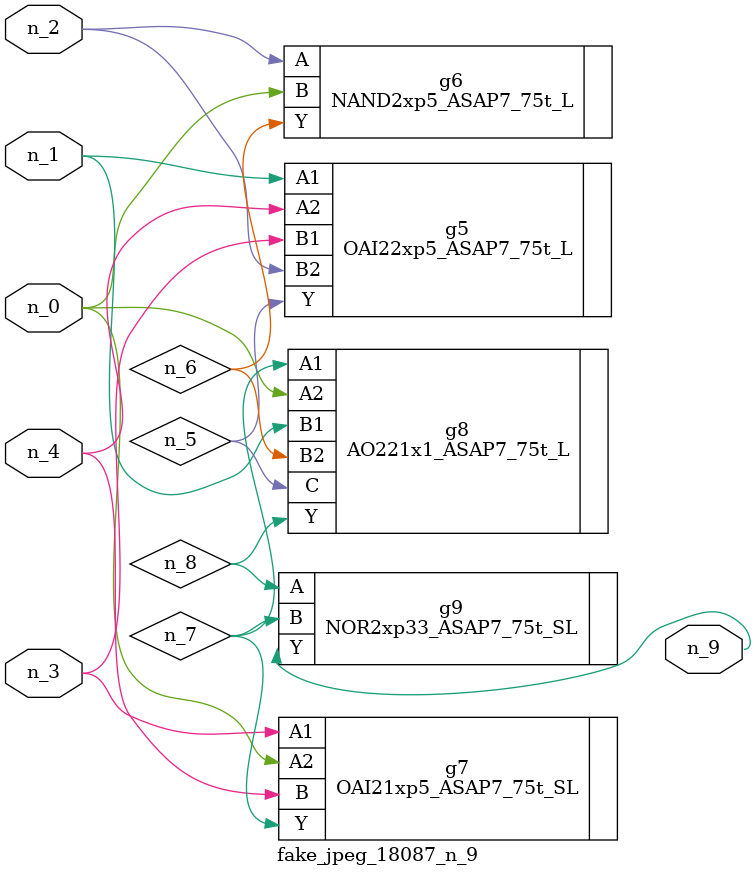
<source format=v>
module fake_jpeg_18087_n_9 (n_3, n_2, n_1, n_0, n_4, n_9);

input n_3;
input n_2;
input n_1;
input n_0;
input n_4;

output n_9;

wire n_8;
wire n_6;
wire n_5;
wire n_7;

OAI22xp5_ASAP7_75t_L g5 ( 
.A1(n_1),
.A2(n_4),
.B1(n_3),
.B2(n_2),
.Y(n_5)
);

NAND2xp5_ASAP7_75t_L g6 ( 
.A(n_2),
.B(n_0),
.Y(n_6)
);

OAI21xp5_ASAP7_75t_SL g7 ( 
.A1(n_3),
.A2(n_0),
.B(n_4),
.Y(n_7)
);

AO221x1_ASAP7_75t_L g8 ( 
.A1(n_7),
.A2(n_0),
.B1(n_1),
.B2(n_6),
.C(n_5),
.Y(n_8)
);

NOR2xp33_ASAP7_75t_SL g9 ( 
.A(n_8),
.B(n_7),
.Y(n_9)
);


endmodule
</source>
